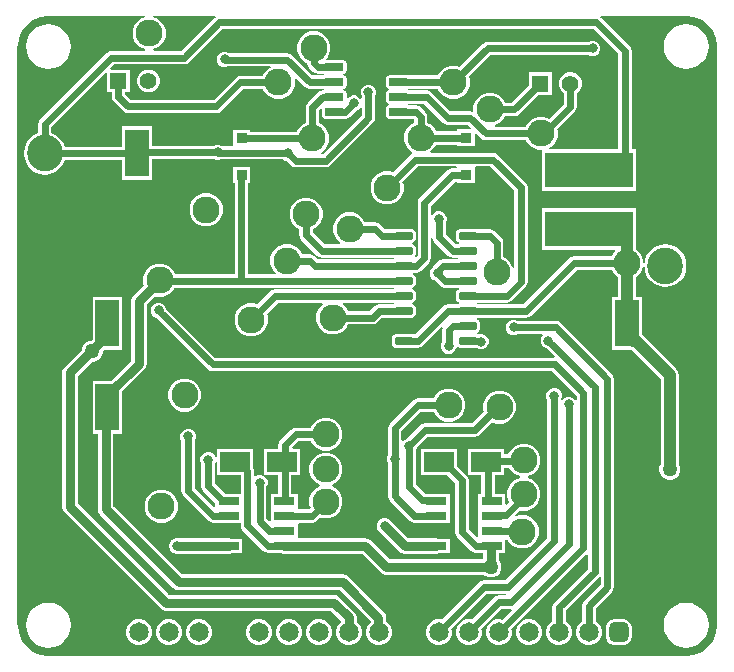
<source format=gbr>
%TF.GenerationSoftware,Altium Limited,Altium Designer,24.3.1 (35)*%
G04 Layer_Physical_Order=1*
G04 Layer_Color=255*
%FSLAX43Y43*%
%MOMM*%
%TF.SameCoordinates,9DAA59CA-406A-4E62-98C5-13318CB5E6F2*%
%TF.FilePolarity,Positive*%
%TF.FileFunction,Copper,L1,Top,Signal*%
%TF.Part,Single*%
G01*
G75*
%TA.AperFunction,Conductor*%
%ADD10C,0.600*%
%TA.AperFunction,SMDPad,CuDef*%
%ADD11R,2.000X4.000*%
G04:AMPARAMS|DCode=12|XSize=1.55mm|YSize=0.6mm|CornerRadius=0.051mm|HoleSize=0mm|Usage=FLASHONLY|Rotation=180.000|XOffset=0mm|YOffset=0mm|HoleType=Round|Shape=RoundedRectangle|*
%AMROUNDEDRECTD12*
21,1,1.550,0.498,0,0,180.0*
21,1,1.448,0.600,0,0,180.0*
1,1,0.102,-0.724,0.249*
1,1,0.102,0.724,0.249*
1,1,0.102,0.724,-0.249*
1,1,0.102,-0.724,-0.249*
%
%ADD12ROUNDEDRECTD12*%
%ADD13R,7.500X3.000*%
G04:AMPARAMS|DCode=14|XSize=0.6mm|YSize=1.45mm|CornerRadius=0.051mm|HoleSize=0mm|Usage=FLASHONLY|Rotation=90.000|XOffset=0mm|YOffset=0mm|HoleType=Round|Shape=RoundedRectangle|*
%AMROUNDEDRECTD14*
21,1,0.600,1.348,0,0,90.0*
21,1,0.498,1.450,0,0,90.0*
1,1,0.102,0.674,0.249*
1,1,0.102,0.674,-0.249*
1,1,0.102,-0.674,-0.249*
1,1,0.102,-0.674,0.249*
%
%ADD14ROUNDEDRECTD14*%
%ADD15R,1.780X0.720*%
%ADD16R,2.500X1.700*%
%ADD17R,0.950X0.900*%
%TA.AperFunction,Conductor*%
%ADD18C,0.600*%
%ADD19C,1.000*%
%ADD20C,0.800*%
%ADD21C,0.500*%
%TA.AperFunction,ComponentPad*%
%ADD22O,3.000X3.100*%
%ADD23C,2.286*%
%ADD24C,1.400*%
%ADD25R,1.400X1.400*%
%ADD26C,1.650*%
G04:AMPARAMS|DCode=27|XSize=1.65mm|YSize=1.65mm|CornerRadius=0.413mm|HoleSize=0mm|Usage=FLASHONLY|Rotation=0.000|XOffset=0mm|YOffset=0mm|HoleType=Round|Shape=RoundedRectangle|*
%AMROUNDEDRECTD27*
21,1,1.650,0.825,0,0,0.0*
21,1,0.825,1.650,0,0,0.0*
1,1,0.825,0.413,-0.413*
1,1,0.825,-0.413,-0.413*
1,1,0.825,-0.413,0.413*
1,1,0.825,0.413,0.413*
%
%ADD27ROUNDEDRECTD27*%
%TA.AperFunction,ViaPad*%
%ADD28C,0.800*%
%ADD29C,1.270*%
G36*
X17165Y54485D02*
X17076Y54425D01*
X17076Y54425D01*
X14269Y51619D01*
X11911D01*
X11885Y51746D01*
X12323Y51927D01*
X12716Y52320D01*
X12929Y52834D01*
Y53389D01*
X12716Y53903D01*
X12323Y54296D01*
X11867Y54485D01*
X11892Y54612D01*
X17126Y54612D01*
X17165Y54485D01*
D02*
G37*
G36*
X57000Y54611D02*
X57676Y54522D01*
X58306Y54261D01*
X58847Y53847D01*
X59261Y53306D01*
X59522Y52676D01*
X59611Y52000D01*
X59612D01*
X59612Y3127D01*
X59611Y3000D01*
X59611Y3000D01*
X59611Y3000D01*
X59522Y2324D01*
X59261Y1694D01*
X58847Y1153D01*
X58306Y739D01*
X57676Y478D01*
X57000Y389D01*
X57000Y389D01*
Y389D01*
X56972Y388D01*
X3127Y388D01*
X3000Y389D01*
X3000Y389D01*
X3000Y389D01*
X2324Y478D01*
X1694Y739D01*
X1153Y1153D01*
X739Y1694D01*
X478Y2324D01*
X389Y3000D01*
X389Y3000D01*
X389D01*
X388Y3127D01*
X388Y52000D01*
X389D01*
X478Y52676D01*
X739Y53306D01*
X1153Y53847D01*
X1694Y54261D01*
X2324Y54522D01*
X3000Y54611D01*
Y54612D01*
X11171D01*
X11196Y54485D01*
X10740Y54296D01*
X10347Y53903D01*
X10135Y53389D01*
Y52834D01*
X10347Y52320D01*
X10740Y51927D01*
X11178Y51746D01*
X11153Y51619D01*
X8331D01*
X8331Y51619D01*
X8115Y51576D01*
X7932Y51453D01*
X7932Y51453D01*
X2293Y45815D01*
X2171Y45631D01*
X2128Y45415D01*
X2128Y45415D01*
Y44672D01*
X1808Y44539D01*
X1441Y44258D01*
X1160Y43892D01*
X984Y43465D01*
X923Y43007D01*
Y42907D01*
X984Y42449D01*
X1160Y42022D01*
X1441Y41656D01*
X1808Y41375D01*
X2235Y41198D01*
X2692Y41138D01*
X3150Y41198D01*
X3577Y41375D01*
X3943Y41656D01*
X4225Y42022D01*
X4378Y42392D01*
X9236D01*
Y40723D01*
X11744D01*
Y42463D01*
X17003D01*
X17218Y42374D01*
X17478D01*
X17602Y42425D01*
X22868D01*
X22896Y42397D01*
X23136Y42297D01*
X23176D01*
X23556Y41917D01*
X23556Y41917D01*
X23739Y41795D01*
X23956Y41752D01*
X26467D01*
X26467Y41752D01*
X26683Y41795D01*
X26866Y41917D01*
X30498Y45549D01*
X30498Y45549D01*
X30621Y45732D01*
X30664Y45949D01*
Y47762D01*
X30753Y47978D01*
Y48238D01*
X30653Y48478D01*
X30469Y48662D01*
X30229Y48762D01*
X29969D01*
X29729Y48662D01*
X29545Y48478D01*
X29445Y48238D01*
Y47978D01*
X29534Y47762D01*
Y47626D01*
X29519Y47617D01*
X29407Y47587D01*
X29247Y47748D01*
X29007Y47847D01*
X28746D01*
X28506Y47748D01*
X28402Y47644D01*
X28275Y47697D01*
Y47950D01*
X28179Y48184D01*
X27964Y48273D01*
X27959Y48305D01*
Y48368D01*
X27964Y48400D01*
X28179Y48489D01*
X28275Y48722D01*
Y49220D01*
X28179Y49454D01*
X27964Y49543D01*
X27959Y49575D01*
Y49638D01*
X27964Y49670D01*
X28179Y49759D01*
X28275Y49992D01*
Y50490D01*
X28179Y50724D01*
X27945Y50820D01*
X26572D01*
X26520Y50947D01*
X26654Y51082D01*
X26867Y51595D01*
Y52151D01*
X26654Y52664D01*
X26261Y53057D01*
X25748Y53270D01*
X25192D01*
X24679Y53057D01*
X24286Y52664D01*
X24073Y52151D01*
Y51595D01*
X24286Y51082D01*
X24679Y50689D01*
X24926Y50586D01*
X24968Y50377D01*
X25090Y50193D01*
X25442Y49842D01*
X25442Y49842D01*
X25625Y49719D01*
X25841Y49676D01*
X25841Y49676D01*
X26338D01*
X26378Y49573D01*
X26349Y49536D01*
X25355D01*
X23615Y51276D01*
X23432Y51398D01*
X23216Y51441D01*
X23216Y51441D01*
X18318D01*
X18303Y51456D01*
X18062Y51556D01*
X17802D01*
X17562Y51456D01*
X17378Y51272D01*
X17278Y51032D01*
Y50772D01*
X17378Y50531D01*
X17562Y50347D01*
X17802Y50248D01*
X18062D01*
X18216Y50311D01*
X21800D01*
X21824Y50187D01*
X21688Y50130D01*
X21295Y49737D01*
X21201Y49511D01*
X19253D01*
X19253Y49511D01*
X19037Y49468D01*
X18854Y49345D01*
X18854Y49345D01*
X16987Y47479D01*
X10013D01*
X9501Y47991D01*
Y48119D01*
X9890D01*
Y50027D01*
X8269D01*
X8220Y50144D01*
X8565Y50489D01*
X14503D01*
X14503Y50489D01*
X14720Y50532D01*
X14903Y50655D01*
X17709Y53461D01*
X49169D01*
X51251Y51379D01*
Y43279D01*
X45450D01*
X45425Y43404D01*
X45521Y43443D01*
X45914Y43836D01*
X46126Y44350D01*
Y44906D01*
X46092Y44988D01*
X47588Y46484D01*
X47588Y46484D01*
X47710Y46667D01*
X47753Y46883D01*
X47753Y46883D01*
Y48060D01*
X47997Y48304D01*
X48142Y48654D01*
Y49034D01*
X47997Y49385D01*
X47729Y49653D01*
X47378Y49798D01*
X46998D01*
X46648Y49653D01*
X46379Y49385D01*
X46234Y49034D01*
Y48654D01*
X46379Y48304D01*
X46623Y48060D01*
Y47117D01*
X45377Y45871D01*
X45007Y46025D01*
X44452D01*
X43938Y45812D01*
X43545Y45419D01*
X43451Y45193D01*
X40826D01*
X40801Y45320D01*
X41177Y45475D01*
X41570Y45868D01*
X41664Y46095D01*
X42464D01*
X42464Y46095D01*
X42680Y46138D01*
X42863Y46260D01*
X44493Y47890D01*
X45602D01*
Y49798D01*
X43694D01*
Y48689D01*
X42230Y47225D01*
X41664D01*
X41570Y47451D01*
X41177Y47844D01*
X40664Y48057D01*
X40108D01*
X39595Y47844D01*
X39202Y47451D01*
X38989Y46938D01*
Y46553D01*
X38862Y46460D01*
X38723Y46488D01*
X38723Y46488D01*
X37039D01*
X35426Y48101D01*
X35243Y48223D01*
X35027Y48266D01*
X35027Y48266D01*
X33505D01*
X33464Y48370D01*
X33494Y48406D01*
X35999D01*
X36103Y48154D01*
X36496Y47761D01*
X37009Y47549D01*
X37565D01*
X38079Y47761D01*
X38472Y48154D01*
X38684Y48668D01*
Y49224D01*
X38590Y49450D01*
X40417Y51277D01*
X48727D01*
X48943Y51187D01*
X49203D01*
X49443Y51287D01*
X49627Y51471D01*
X49727Y51711D01*
Y51971D01*
X49627Y52212D01*
X49443Y52396D01*
X49203Y52495D01*
X48943D01*
X48727Y52406D01*
X40183D01*
X40183Y52406D01*
X39967Y52363D01*
X39783Y52241D01*
X39783Y52241D01*
X37792Y50249D01*
X37565Y50343D01*
X37009D01*
X36496Y50130D01*
X36103Y49737D01*
X36020Y49536D01*
X33380D01*
X33345Y49550D01*
X31897D01*
X31664Y49454D01*
X31567Y49220D01*
Y48722D01*
X31664Y48489D01*
X31879Y48400D01*
X31884Y48368D01*
Y48305D01*
X31879Y48273D01*
X31664Y48184D01*
X31567Y47950D01*
Y47452D01*
X31664Y47219D01*
X31879Y47130D01*
X31884Y47098D01*
Y47035D01*
X31879Y47003D01*
X31664Y46914D01*
X31567Y46680D01*
Y46182D01*
X31664Y45949D01*
X31897Y45852D01*
X33345D01*
X33380Y45866D01*
X33904D01*
X33954Y45816D01*
Y45550D01*
X33727Y45457D01*
X33334Y45064D01*
X33122Y44550D01*
Y43994D01*
X33334Y43481D01*
X33727Y43088D01*
X33812Y43053D01*
X33810Y42916D01*
X33662Y42817D01*
X33662Y42817D01*
X32178Y41334D01*
X31952Y41427D01*
X31396D01*
X30882Y41215D01*
X30489Y40822D01*
X30277Y40308D01*
Y39753D01*
X30489Y39239D01*
X30882Y38846D01*
X31396Y38633D01*
X31952D01*
X32465Y38846D01*
X32858Y39239D01*
X33071Y39753D01*
Y40308D01*
X32977Y40535D01*
X34295Y41853D01*
X37509D01*
X37519Y41851D01*
X37559Y41711D01*
X37535Y41687D01*
X37211D01*
X37211Y41687D01*
X36995Y41644D01*
X36811Y41522D01*
X34424Y39134D01*
X34302Y38951D01*
X34259Y38735D01*
X34259Y38735D01*
Y34321D01*
X34139Y34201D01*
X34032Y34273D01*
X34093Y34422D01*
Y34920D01*
X33996Y35153D01*
X33781Y35243D01*
X33777Y35274D01*
Y35338D01*
X33781Y35369D01*
X33996Y35459D01*
X34093Y35692D01*
Y36190D01*
X33996Y36423D01*
X33763Y36520D01*
X32415D01*
X32381Y36506D01*
X31501D01*
X31057Y36950D01*
X30874Y37072D01*
X30658Y37115D01*
X30658Y37115D01*
X29777D01*
X29683Y37342D01*
X29290Y37735D01*
X28777Y37948D01*
X28221D01*
X27707Y37735D01*
X27314Y37342D01*
X27102Y36828D01*
Y36273D01*
X27314Y35759D01*
X27707Y35366D01*
X27722Y35360D01*
X27697Y35236D01*
X26421D01*
X25381Y36277D01*
Y36517D01*
X25607Y36611D01*
X26000Y37004D01*
X26213Y37517D01*
Y38073D01*
X26000Y38587D01*
X25607Y38980D01*
X25094Y39192D01*
X24538D01*
X24024Y38980D01*
X23631Y38587D01*
X23419Y38073D01*
Y37517D01*
X23631Y37004D01*
X24024Y36611D01*
X24251Y36517D01*
Y36043D01*
X24251Y36043D01*
X24294Y35826D01*
X24416Y35643D01*
X25788Y34272D01*
X25788Y34272D01*
X25971Y34149D01*
X26187Y34106D01*
X32256D01*
X32296Y34002D01*
X32267Y33966D01*
X25837D01*
X25545Y34258D01*
X25362Y34380D01*
X25146Y34423D01*
X25146Y34423D01*
X24468D01*
X24375Y34650D01*
X23982Y35043D01*
X23468Y35255D01*
X22912D01*
X22399Y35043D01*
X22006Y34650D01*
X21793Y34136D01*
Y33580D01*
X22006Y33067D01*
X22260Y32813D01*
X22211Y32696D01*
X19894D01*
Y40393D01*
X20109D01*
Y41801D01*
X18651D01*
Y40393D01*
X18765D01*
Y32696D01*
X13722D01*
X13605Y32980D01*
X13212Y33373D01*
X12698Y33585D01*
X12143D01*
X11629Y33373D01*
X11236Y32980D01*
X11024Y32466D01*
Y31910D01*
X11075Y31786D01*
X10196Y30907D01*
X10052Y30691D01*
X10001Y30436D01*
X10001Y30436D01*
Y25394D01*
X8311Y23704D01*
X6746D01*
Y19196D01*
X7182D01*
Y12827D01*
X7182Y12827D01*
X7233Y12572D01*
X7377Y12355D01*
X13575Y6158D01*
X13575Y6158D01*
X13791Y6013D01*
X14046Y5963D01*
X14046Y5963D01*
X27689D01*
X30286Y3366D01*
Y3237D01*
X30073Y3024D01*
X29909Y2628D01*
Y2198D01*
X30073Y1802D01*
X30377Y1498D01*
X30773Y1334D01*
X31203D01*
X31599Y1498D01*
X31903Y1802D01*
X32067Y2198D01*
Y2628D01*
X31903Y3024D01*
X31620Y3307D01*
Y3642D01*
X31569Y3897D01*
X31425Y4113D01*
X31425Y4113D01*
X28437Y7101D01*
X28221Y7245D01*
X27965Y7296D01*
X27965Y7296D01*
X14322D01*
X8515Y13103D01*
Y19196D01*
X9254D01*
Y22761D01*
X11139Y24646D01*
X11140Y24646D01*
X11284Y24863D01*
X11335Y25118D01*
Y30159D01*
X12018Y30843D01*
X12143Y30791D01*
X12698D01*
X13212Y31004D01*
X13605Y31397D01*
X13675Y31566D01*
X19228D01*
X19228Y31566D01*
X19228Y31566D01*
X32256D01*
X32296Y31462D01*
X32267Y31426D01*
X22174D01*
X22174Y31426D01*
X21958Y31383D01*
X21775Y31260D01*
X21775Y31260D01*
X20672Y30158D01*
X20445Y30251D01*
X19890D01*
X19376Y30039D01*
X18983Y29646D01*
X18771Y29132D01*
Y28577D01*
X18983Y28063D01*
X19376Y27670D01*
X19890Y27457D01*
X20445D01*
X20959Y27670D01*
X21352Y28063D01*
X21565Y28577D01*
Y29132D01*
X21471Y29359D01*
X22408Y30296D01*
X26185D01*
X26238Y30169D01*
X25892Y29824D01*
X25679Y29310D01*
Y28754D01*
X25892Y28241D01*
X26285Y27848D01*
X26799Y27635D01*
X27354D01*
X27868Y27848D01*
X28261Y28241D01*
X28355Y28467D01*
X30455D01*
X30455Y28467D01*
X30671Y28510D01*
X30854Y28633D01*
X31247Y29026D01*
X32381D01*
X32415Y29012D01*
X33763D01*
X33996Y29109D01*
X34093Y29342D01*
Y29840D01*
X33996Y30073D01*
X33781Y30163D01*
X33777Y30194D01*
Y30258D01*
X33781Y30289D01*
X33996Y30379D01*
X34093Y30612D01*
Y31110D01*
X33996Y31343D01*
X33781Y31433D01*
X33777Y31464D01*
Y31528D01*
X33781Y31559D01*
X33996Y31649D01*
X34093Y31882D01*
Y32380D01*
X33996Y32613D01*
X33892Y32657D01*
X33875Y32678D01*
X33857Y32808D01*
X33888Y32836D01*
X34138D01*
X34138Y32836D01*
X34354Y32879D01*
X34537Y33002D01*
X35223Y33687D01*
X35223Y33687D01*
X35345Y33871D01*
X35388Y34087D01*
X35388Y34087D01*
Y35799D01*
X35515Y35811D01*
X35546Y35656D01*
X35669Y35473D01*
X36870Y34272D01*
X36870Y34272D01*
X37053Y34149D01*
X37269Y34106D01*
X37269Y34106D01*
X37706D01*
X37746Y34002D01*
X37717Y33966D01*
X36404D01*
X36188Y33923D01*
X36004Y33800D01*
X36004Y33800D01*
X35591Y33387D01*
X35546Y33320D01*
X35398Y33171D01*
X35298Y32931D01*
Y32671D01*
X35398Y32431D01*
X35582Y32247D01*
X35705Y32196D01*
X36169Y31732D01*
X36169Y31732D01*
X36352Y31609D01*
X36568Y31566D01*
X36568Y31566D01*
X37776D01*
X37788Y31546D01*
X37736Y31387D01*
X37632Y31343D01*
X37535Y31110D01*
Y30612D01*
X37632Y30379D01*
X37736Y30335D01*
X37753Y30314D01*
X37771Y30184D01*
X37740Y30156D01*
X36830D01*
X36830Y30156D01*
X36614Y30113D01*
X36431Y29990D01*
X36431Y29990D01*
X34056Y27616D01*
X33797D01*
X33763Y27630D01*
X32415D01*
X32182Y27533D01*
X32085Y27300D01*
Y26802D01*
X32182Y26569D01*
X32415Y26472D01*
X33763D01*
X33797Y26486D01*
X34290D01*
X34290Y26486D01*
X34506Y26529D01*
X34689Y26652D01*
X36275Y28237D01*
X36313Y28219D01*
X36380Y28162D01*
X36341Y27970D01*
X36341Y27970D01*
Y26979D01*
X36252Y26763D01*
Y26503D01*
X36352Y26263D01*
X36536Y26079D01*
X36776Y25979D01*
X37036D01*
X37277Y26079D01*
X37461Y26263D01*
X37552Y26483D01*
X37576Y26508D01*
X37687Y26546D01*
X37865Y26472D01*
X39213D01*
X39219Y26474D01*
X39251Y26443D01*
X39491Y26343D01*
X39751D01*
X39992Y26443D01*
X40175Y26627D01*
X40275Y26867D01*
Y27127D01*
X40175Y27368D01*
X39992Y27552D01*
X39751Y27651D01*
X39491D01*
X39406Y27616D01*
X39302D01*
X39290Y27636D01*
X39342Y27795D01*
X39446Y27839D01*
X39543Y28072D01*
Y28570D01*
X39446Y28803D01*
X39342Y28847D01*
X39325Y28868D01*
X39307Y28999D01*
X39338Y29026D01*
X43434D01*
X43434Y29026D01*
X43650Y29069D01*
X43833Y29192D01*
X47732Y33090D01*
X50690D01*
X50784Y32864D01*
X51177Y32471D01*
X51200Y32461D01*
Y30804D01*
X50746D01*
Y29943D01*
X50735Y29889D01*
X50746Y29834D01*
Y26296D01*
X52398D01*
X54857Y23837D01*
Y16672D01*
X54737Y16382D01*
Y16028D01*
X54872Y15702D01*
X55122Y15452D01*
X55449Y15316D01*
X55803D01*
X56130Y15452D01*
X56380Y15702D01*
X56515Y16028D01*
Y16382D01*
X56395Y16672D01*
Y24155D01*
X56336Y24450D01*
X56170Y24699D01*
X56017Y24851D01*
X53275Y27594D01*
X53254Y27608D01*
Y30804D01*
X52737D01*
Y32461D01*
X52760Y32471D01*
X53153Y32864D01*
X53354Y33349D01*
X53483Y33344D01*
X53536Y32938D01*
X53713Y32512D01*
X53994Y32145D01*
X54360Y31864D01*
X54787Y31687D01*
X55245Y31627D01*
X55703Y31687D01*
X56130Y31864D01*
X56496Y32145D01*
X56777Y32512D01*
X56954Y32938D01*
X57014Y33396D01*
Y33496D01*
X56954Y33954D01*
X56777Y34381D01*
X56496Y34747D01*
X56130Y35028D01*
X55703Y35205D01*
X55245Y35265D01*
X54787Y35205D01*
X54360Y35028D01*
X53994Y34747D01*
X53713Y34381D01*
X53536Y33954D01*
X53492Y33622D01*
X53365Y33630D01*
Y33933D01*
X53153Y34446D01*
X52772Y34827D01*
Y38279D01*
X44764D01*
Y34771D01*
X50943D01*
X50992Y34654D01*
X50784Y34446D01*
X50690Y34220D01*
X47498D01*
X47498Y34220D01*
X47282Y34177D01*
X47099Y34054D01*
X47099Y34054D01*
X43200Y30156D01*
X39372D01*
X39332Y30260D01*
X39361Y30296D01*
X41808D01*
X41808Y30296D01*
X42025Y30339D01*
X42208Y30462D01*
X43407Y31661D01*
X43530Y31844D01*
X43573Y32060D01*
X43573Y32060D01*
Y40076D01*
X43573Y40076D01*
X43530Y40292D01*
X43407Y40475D01*
X43407Y40475D01*
X41065Y42817D01*
X40882Y42940D01*
X40665Y42983D01*
X40665Y42983D01*
X35363D01*
X35332Y43110D01*
X35703Y43481D01*
X35781Y43669D01*
X37625D01*
Y43568D01*
X39083D01*
Y44598D01*
X39200Y44647D01*
X39619Y44228D01*
X39619Y44228D01*
X39802Y44106D01*
X40018Y44063D01*
X40018Y44063D01*
X43451D01*
X43545Y43836D01*
X43938Y43443D01*
X44452Y43231D01*
X44764D01*
Y39771D01*
X52772D01*
Y43279D01*
X52381D01*
Y51613D01*
X52381Y51613D01*
X52338Y51829D01*
X52215Y52012D01*
X52215Y52012D01*
X49802Y54425D01*
X49714Y54485D01*
X49752Y54612D01*
X57000D01*
Y54611D01*
D02*
G37*
G36*
X7982Y49740D02*
Y48119D01*
X8371D01*
Y47757D01*
X8371Y47757D01*
X8414Y47541D01*
X8536Y47358D01*
X9380Y46514D01*
X9380Y46514D01*
X9563Y46392D01*
X9779Y46349D01*
X9779Y46349D01*
X17221D01*
X17221Y46349D01*
X17437Y46392D01*
X17621Y46514D01*
X19487Y48381D01*
X21201D01*
X21295Y48154D01*
X21688Y47761D01*
X22201Y47549D01*
X22757D01*
X23270Y47761D01*
X23663Y48154D01*
X23876Y48668D01*
Y49224D01*
X23864Y49253D01*
X23969Y49324D01*
X24721Y48572D01*
X24721Y48572D01*
X24904Y48449D01*
X25121Y48406D01*
X25121Y48406D01*
X26338D01*
X26378Y48303D01*
X26349Y48266D01*
X26213D01*
X26213Y48266D01*
X25997Y48223D01*
X25813Y48101D01*
X25813Y48101D01*
X24948Y47235D01*
X24826Y47052D01*
X24783Y46836D01*
X24783Y46836D01*
Y45500D01*
X24556Y45406D01*
X24163Y45013D01*
X24069Y44786D01*
X20109D01*
Y44951D01*
X18651D01*
Y43554D01*
X17746D01*
X17719Y43582D01*
X17478Y43682D01*
X17218D01*
X17003Y43592D01*
X11744D01*
Y45231D01*
X9236D01*
Y43522D01*
X4378D01*
X4225Y43892D01*
X3943Y44258D01*
X3577Y44539D01*
X3257Y44672D01*
Y45181D01*
X7864Y49788D01*
X7982Y49740D01*
D02*
G37*
G36*
X29519Y46769D02*
X29534Y46760D01*
Y46183D01*
X26233Y42881D01*
X26088D01*
X26063Y43006D01*
X26139Y43037D01*
X26532Y43430D01*
X26745Y43944D01*
Y44499D01*
X26532Y45013D01*
X26139Y45406D01*
X25912Y45500D01*
Y46602D01*
X26057Y46747D01*
X26158Y46686D01*
X26167Y46677D01*
Y46182D01*
X26264Y45949D01*
X26497Y45852D01*
X27945D01*
X27980Y45866D01*
X28114D01*
X28114Y45866D01*
X28331Y45909D01*
X28514Y46032D01*
X29032Y46550D01*
X29247Y46639D01*
X29407Y46799D01*
X29519Y46769D01*
D02*
G37*
G36*
X36405Y45524D02*
X36405Y45524D01*
X36588Y45401D01*
X36805Y45358D01*
X38489D01*
X38753Y45094D01*
X38705Y44976D01*
X37625D01*
Y44799D01*
X35812D01*
X35703Y45064D01*
X35310Y45457D01*
X35083Y45550D01*
Y46050D01*
X35083Y46050D01*
X35040Y46266D01*
X34918Y46450D01*
X34918Y46450D01*
X34537Y46831D01*
X34354Y46953D01*
X34138Y46996D01*
X34138Y46996D01*
X33505D01*
X33464Y47100D01*
X33494Y47136D01*
X34793D01*
X36405Y45524D01*
D02*
G37*
G36*
X42443Y39842D02*
Y33233D01*
X42316Y33208D01*
X42129Y33659D01*
X41736Y34052D01*
X41535Y34135D01*
Y35357D01*
X41535Y35357D01*
X41492Y35573D01*
X41370Y35756D01*
X41370Y35756D01*
X40785Y36340D01*
X40602Y36463D01*
X40386Y36506D01*
X40386Y36506D01*
X39247D01*
X39213Y36520D01*
X37865D01*
X37632Y36423D01*
X37535Y36190D01*
Y35692D01*
X37632Y35459D01*
X37736Y35415D01*
X37753Y35394D01*
X37771Y35264D01*
X37740Y35236D01*
X37503D01*
X36633Y36106D01*
Y37043D01*
X36722Y37259D01*
Y37519D01*
X36622Y37759D01*
X36438Y37943D01*
X36198Y38043D01*
X35938D01*
X35698Y37943D01*
X35515Y37761D01*
X35506Y37761D01*
X35388Y37789D01*
Y38501D01*
X37445Y40558D01*
X37625D01*
Y40418D01*
X39083D01*
X39083Y41826D01*
X39199Y41853D01*
X40431D01*
X42443Y39842D01*
D02*
G37*
G36*
X32296Y30192D02*
X32267Y30156D01*
X31013D01*
X31013Y30156D01*
X30797Y30113D01*
X30614Y29990D01*
X30221Y29597D01*
X28355D01*
X28261Y29824D01*
X27915Y30169D01*
X27968Y30296D01*
X32256D01*
X32296Y30192D01*
D02*
G37*
%LPC*%
G36*
X57000Y53897D02*
X56509Y53833D01*
X56051Y53643D01*
X55658Y53342D01*
X55357Y52949D01*
X55167Y52491D01*
X55103Y52000D01*
X55167Y51509D01*
X55357Y51051D01*
X55658Y50658D01*
X56051Y50357D01*
X56509Y50167D01*
X57000Y50103D01*
X57491Y50167D01*
X57949Y50357D01*
X58342Y50658D01*
X58643Y51051D01*
X58833Y51509D01*
X58897Y52000D01*
X58833Y52491D01*
X58643Y52949D01*
X58342Y53342D01*
X57949Y53643D01*
X57491Y53833D01*
X57000Y53897D01*
D02*
G37*
G36*
X3000D02*
X2509Y53833D01*
X2051Y53643D01*
X1658Y53342D01*
X1357Y52949D01*
X1167Y52491D01*
X1103Y52000D01*
X1167Y51509D01*
X1357Y51051D01*
X1658Y50658D01*
X2051Y50357D01*
X2509Y50167D01*
X3000Y50103D01*
X3491Y50167D01*
X3949Y50357D01*
X4342Y50658D01*
X4643Y51051D01*
X4833Y51509D01*
X4897Y52000D01*
X4833Y52491D01*
X4643Y52949D01*
X4342Y53342D01*
X3949Y53643D01*
X3491Y53833D01*
X3000Y53897D01*
D02*
G37*
G36*
X11666Y50027D02*
X11286D01*
X10935Y49882D01*
X10667Y49613D01*
X10522Y49263D01*
Y48883D01*
X10667Y48532D01*
X10935Y48264D01*
X11286Y48119D01*
X11666D01*
X12016Y48264D01*
X12285Y48532D01*
X12430Y48883D01*
Y49263D01*
X12285Y49613D01*
X12016Y49882D01*
X11666Y50027D01*
D02*
G37*
G36*
X16635Y39573D02*
X16080D01*
X15566Y39361D01*
X15173Y38968D01*
X14961Y38454D01*
Y37898D01*
X15173Y37385D01*
X15566Y36992D01*
X16080Y36779D01*
X16635D01*
X17149Y36992D01*
X17542Y37385D01*
X17755Y37898D01*
Y38454D01*
X17542Y38968D01*
X17149Y39361D01*
X16635Y39573D01*
D02*
G37*
G36*
X37168Y23034D02*
X36613D01*
X36099Y22821D01*
X35706Y22428D01*
X35612Y22202D01*
X34312D01*
X34312Y22202D01*
X34096Y22159D01*
X33912Y22037D01*
X33912Y22037D01*
X31935Y20059D01*
X31812Y19876D01*
X31769Y19660D01*
X31769Y19660D01*
Y17440D01*
X31680Y17224D01*
Y16964D01*
X31769Y16749D01*
Y13894D01*
X31769Y13894D01*
X31812Y13678D01*
X31935Y13494D01*
X33586Y11843D01*
X33586Y11843D01*
X33769Y11721D01*
X33985Y11678D01*
X33985Y11678D01*
X34718D01*
Y11629D01*
X37006D01*
Y12857D01*
X37006D01*
Y12899D01*
X37006D01*
Y14127D01*
X35831D01*
X35776Y14138D01*
X35776Y14138D01*
X34870D01*
X34093Y14915D01*
Y17816D01*
X34182Y18031D01*
Y18042D01*
X35108Y18968D01*
X39111D01*
X39111Y18968D01*
X39327Y19011D01*
X39510Y19133D01*
X40587Y20209D01*
X40921Y20071D01*
X41477D01*
X41990Y20284D01*
X42383Y20677D01*
X42596Y21190D01*
Y21746D01*
X42383Y22259D01*
X41990Y22652D01*
X41477Y22865D01*
X40921D01*
X40407Y22652D01*
X40014Y22259D01*
X39802Y21746D01*
Y21190D01*
X39851Y21071D01*
X38877Y20097D01*
X34874D01*
X34874Y20097D01*
X34658Y20054D01*
X34475Y19932D01*
X34475Y19932D01*
X33329Y18787D01*
X33158Y18715D01*
X33026Y18584D01*
X32899Y18637D01*
Y19426D01*
X34546Y21072D01*
X35612D01*
X35706Y20846D01*
X36099Y20453D01*
X36613Y20240D01*
X37168D01*
X37682Y20453D01*
X38075Y20846D01*
X38287Y21359D01*
Y21915D01*
X38075Y22428D01*
X37682Y22821D01*
X37168Y23034D01*
D02*
G37*
G36*
X12474Y30296D02*
X12214D01*
X11974Y30196D01*
X11790Y30012D01*
X11690Y29772D01*
Y29512D01*
X11790Y29271D01*
X11974Y29087D01*
X12189Y28998D01*
X16517Y24670D01*
X16517Y24670D01*
X16700Y24548D01*
X16916Y24505D01*
X16916Y24505D01*
X45638D01*
X47721Y22423D01*
Y22117D01*
X47669Y22091D01*
X47594Y22078D01*
X47425Y22246D01*
X47185Y22346D01*
X46925D01*
X46685Y22246D01*
X46526Y22087D01*
X46418Y22159D01*
X46476Y22298D01*
Y22558D01*
X46376Y22799D01*
X46192Y22983D01*
X45952Y23082D01*
X45692D01*
X45451Y22983D01*
X45267Y22799D01*
X45168Y22558D01*
Y22298D01*
X45257Y22083D01*
Y10343D01*
X41701Y6788D01*
X39878D01*
X39662Y6745D01*
X39479Y6622D01*
X39479Y6622D01*
X36329Y3473D01*
X36283Y3492D01*
X35853D01*
X35457Y3328D01*
X35153Y3024D01*
X34989Y2628D01*
Y2198D01*
X35153Y1802D01*
X35457Y1498D01*
X35853Y1334D01*
X36283D01*
X36679Y1498D01*
X36983Y1802D01*
X37147Y2198D01*
Y2628D01*
X37128Y2674D01*
X40112Y5658D01*
X41755D01*
X41826Y5531D01*
X41817Y5518D01*
X41148D01*
X41148Y5518D01*
X40932Y5475D01*
X40749Y5352D01*
X40749Y5352D01*
X38869Y3473D01*
X38823Y3492D01*
X38393D01*
X37997Y3328D01*
X37693Y3024D01*
X37529Y2628D01*
Y2198D01*
X37693Y1802D01*
X37997Y1498D01*
X38393Y1334D01*
X38823D01*
X39219Y1498D01*
X39523Y1802D01*
X39687Y2198D01*
Y2628D01*
X39668Y2674D01*
X41382Y4388D01*
X42145D01*
X42197Y4317D01*
X42215Y4279D01*
X41409Y3473D01*
X41363Y3492D01*
X40933D01*
X40537Y3328D01*
X40233Y3024D01*
X40069Y2628D01*
Y2198D01*
X40233Y1802D01*
X40537Y1498D01*
X40933Y1334D01*
X41363D01*
X41759Y1498D01*
X42063Y1802D01*
X42227Y2198D01*
Y2628D01*
X42208Y2674D01*
X48559Y9025D01*
X48686Y8972D01*
Y7752D01*
X45829Y4895D01*
X45706Y4712D01*
X45663Y4496D01*
X45663Y4496D01*
Y3347D01*
X45617Y3328D01*
X45313Y3024D01*
X45149Y2628D01*
Y2198D01*
X45313Y1802D01*
X45617Y1498D01*
X46013Y1334D01*
X46443D01*
X46839Y1498D01*
X47143Y1802D01*
X47307Y2198D01*
Y2628D01*
X47143Y3024D01*
X46839Y3328D01*
X46793Y3347D01*
Y4262D01*
X49626Y7095D01*
X49721Y7068D01*
X49753Y7046D01*
Y6432D01*
X48369Y5048D01*
X48246Y4864D01*
X48203Y4648D01*
X48203Y4648D01*
Y3347D01*
X48157Y3328D01*
X47853Y3024D01*
X47689Y2628D01*
Y2198D01*
X47853Y1802D01*
X48157Y1498D01*
X48553Y1334D01*
X48983D01*
X49379Y1498D01*
X49683Y1802D01*
X49847Y2198D01*
Y2628D01*
X49683Y3024D01*
X49379Y3328D01*
X49333Y3347D01*
Y4414D01*
X50717Y5798D01*
X50717Y5798D01*
X50839Y5981D01*
X50882Y6198D01*
Y23876D01*
X50882Y23876D01*
X50839Y24092D01*
X50717Y24275D01*
X50717Y24275D01*
X46373Y28619D01*
X46190Y28741D01*
X45974Y28784D01*
X45974Y28784D01*
X42738D01*
X42523Y28873D01*
X42263D01*
X42022Y28774D01*
X41838Y28590D01*
X41739Y28349D01*
Y28089D01*
X41838Y27849D01*
X42022Y27665D01*
X42263Y27565D01*
X42523D01*
X42738Y27655D01*
X44822D01*
X44875Y27528D01*
X44791Y27444D01*
X44691Y27203D01*
Y26943D01*
X44791Y26703D01*
X44975Y26519D01*
X45190Y26430D01*
X45858Y25762D01*
X45806Y25635D01*
X17150D01*
X12988Y29797D01*
X12899Y30012D01*
X12715Y30196D01*
X12474Y30296D01*
D02*
G37*
G36*
X14807Y23876D02*
X14251D01*
X13737Y23663D01*
X13344Y23270D01*
X13132Y22757D01*
Y22201D01*
X13344Y21688D01*
X13737Y21295D01*
X14251Y21082D01*
X14807D01*
X15320Y21295D01*
X15713Y21688D01*
X15926Y22201D01*
Y22757D01*
X15713Y23270D01*
X15320Y23663D01*
X14807Y23876D01*
D02*
G37*
G36*
X26778Y20549D02*
X26222D01*
X25709Y20336D01*
X25316Y19943D01*
X25222Y19716D01*
X23952D01*
X23952Y19716D01*
X23736Y19673D01*
X23553Y19551D01*
X23553Y19551D01*
X22640Y18638D01*
X22517Y18455D01*
X22474Y18239D01*
X22474Y18239D01*
Y17944D01*
X21299D01*
Y15736D01*
X22451D01*
Y14127D01*
X21821D01*
Y12984D01*
X21821Y12899D01*
X21821Y12772D01*
Y11834D01*
X21703Y11785D01*
X21469Y12020D01*
Y14717D01*
X21558Y14932D01*
Y15192D01*
X21459Y15433D01*
X21275Y15617D01*
X21034Y15716D01*
X20774D01*
X20534Y15617D01*
X20520Y15602D01*
X20402Y15651D01*
X20402Y15911D01*
X20402Y15939D01*
X20398Y15958D01*
X20382Y16042D01*
X20378Y16159D01*
X20378Y16159D01*
X20316Y16262D01*
X20307Y16285D01*
Y17944D01*
X17299D01*
Y17216D01*
X17172Y17191D01*
X17090Y17388D01*
X16906Y17572D01*
X16665Y17672D01*
X16405D01*
X16165Y17572D01*
X15981Y17388D01*
X15881Y17148D01*
Y16888D01*
X15945Y16734D01*
Y14758D01*
X15945Y14758D01*
X15988Y14541D01*
X16111Y14358D01*
X17141Y13328D01*
Y13048D01*
X17014Y12995D01*
X15398Y14610D01*
Y18628D01*
X15488Y18844D01*
Y19104D01*
X15388Y19344D01*
X15204Y19528D01*
X14964Y19628D01*
X14704D01*
X14463Y19528D01*
X14279Y19344D01*
X14180Y19104D01*
Y18844D01*
X14269Y18628D01*
Y14376D01*
X14269Y14376D01*
X14312Y14160D01*
X14434Y13977D01*
X16565Y11846D01*
X16565Y11846D01*
X16748Y11724D01*
X16965Y11681D01*
X16965Y11681D01*
X17141D01*
Y11629D01*
X19273D01*
Y11481D01*
X19273Y11481D01*
X19316Y11265D01*
X19438Y11081D01*
X21216Y9303D01*
X21216Y9303D01*
X21399Y9181D01*
X21615Y9138D01*
X21821D01*
Y9089D01*
X22707D01*
X22710Y9087D01*
X22965Y9036D01*
X29569D01*
X31126Y7479D01*
X31126Y7479D01*
X31342Y7334D01*
X31598Y7283D01*
X39872D01*
X39959Y7197D01*
X40285Y7061D01*
X40639D01*
X40966Y7197D01*
X41216Y7447D01*
X41351Y7773D01*
Y8127D01*
X41216Y8454D01*
X41169Y8501D01*
Y9089D01*
X41686D01*
Y10226D01*
X41809Y10324D01*
X41872Y10310D01*
X41947Y10131D01*
X42340Y9738D01*
X42853Y9525D01*
X43409D01*
X43922Y9738D01*
X44315Y10131D01*
X44528Y10644D01*
Y11200D01*
X44315Y11713D01*
X43922Y12106D01*
X43409Y12319D01*
X42853D01*
X42592Y12211D01*
X42521Y12319D01*
X42918Y12716D01*
X42958Y12700D01*
X43514D01*
X44027Y12913D01*
X44420Y13306D01*
X44633Y13819D01*
Y14375D01*
X44420Y14888D01*
X44027Y15281D01*
X43600Y15458D01*
Y15596D01*
X44053Y15783D01*
X44446Y16176D01*
X44658Y16689D01*
Y17245D01*
X44446Y17759D01*
X44053Y18152D01*
X43539Y18364D01*
X42983D01*
X42470Y18152D01*
X42077Y17759D01*
X41951Y17456D01*
X41579D01*
Y17919D01*
X38571D01*
Y15711D01*
X39669D01*
Y14127D01*
X39398D01*
Y12899D01*
X39398Y12899D01*
Y12857D01*
X39398D01*
X39398Y12772D01*
Y11714D01*
X39398Y11629D01*
X39398Y11502D01*
Y10472D01*
X39271Y10419D01*
X38589Y11101D01*
Y15266D01*
X38589Y15266D01*
X38546Y15482D01*
X38423Y15665D01*
X37579Y16510D01*
Y17919D01*
X34571D01*
Y15711D01*
X36780D01*
X37459Y15032D01*
Y10867D01*
X37459Y10867D01*
X37502Y10651D01*
X37624Y10468D01*
X38789Y9303D01*
X38789Y9303D01*
X38972Y9181D01*
X39188Y9138D01*
X39188Y9138D01*
X39398D01*
Y9089D01*
X39835D01*
Y8617D01*
X31874D01*
X30317Y10174D01*
X30100Y10319D01*
X29845Y10370D01*
X29845Y10370D01*
X24109D01*
Y11587D01*
X24195Y11678D01*
X25327D01*
X25327Y11678D01*
X25543Y11721D01*
X25726Y11843D01*
X26028Y12145D01*
X26222Y12065D01*
X26778D01*
X27291Y12278D01*
X27684Y12671D01*
X27897Y13184D01*
Y13740D01*
X27684Y14253D01*
X27291Y14646D01*
X26993Y14770D01*
Y14897D01*
X27291Y15021D01*
X27684Y15414D01*
X27897Y15927D01*
Y16483D01*
X27684Y16997D01*
X27291Y17390D01*
X26778Y17602D01*
X26222D01*
X25709Y17390D01*
X25316Y16997D01*
X25103Y16483D01*
Y15927D01*
X25316Y15414D01*
X25709Y15021D01*
X26007Y14897D01*
Y14770D01*
X25709Y14646D01*
X25316Y14253D01*
X25103Y13740D01*
Y13184D01*
X25210Y12925D01*
X25093Y12808D01*
X24195D01*
X24109Y12899D01*
X24109Y12984D01*
Y14127D01*
X23580D01*
Y15736D01*
X24307D01*
Y17944D01*
X23723D01*
X23671Y18071D01*
X24186Y18587D01*
X25222D01*
X25316Y18360D01*
X25709Y17967D01*
X26222Y17755D01*
X26778D01*
X27291Y17967D01*
X27684Y18360D01*
X27897Y18874D01*
Y19429D01*
X27684Y19943D01*
X27291Y20336D01*
X26778Y20549D01*
D02*
G37*
G36*
X12851Y14453D02*
X12295D01*
X11782Y14240D01*
X11389Y13847D01*
X11176Y13333D01*
Y12778D01*
X11389Y12264D01*
X11782Y11871D01*
X12295Y11659D01*
X12851D01*
X13364Y11871D01*
X13757Y12264D01*
X13970Y12778D01*
Y13333D01*
X13757Y13847D01*
X13364Y14240D01*
X12851Y14453D01*
D02*
G37*
G36*
X18285Y10370D02*
X13894D01*
X13829Y10357D01*
X13764D01*
X13703Y10332D01*
X13639Y10319D01*
X13584Y10282D01*
X13523Y10257D01*
X13477Y10211D01*
X13422Y10174D01*
X13386Y10120D01*
X13339Y10073D01*
X13314Y10013D01*
X13278Y9958D01*
X13265Y9894D01*
X13240Y9833D01*
Y9767D01*
X13227Y9703D01*
X13240Y9638D01*
Y9573D01*
X13265Y9512D01*
X13278Y9448D01*
X13314Y9393D01*
X13339Y9332D01*
X13386Y9286D01*
X13422Y9231D01*
X13477Y9195D01*
X13523Y9148D01*
X13584Y9123D01*
X13639Y9087D01*
X13703Y9074D01*
X13764Y9049D01*
X13829D01*
X13894Y9036D01*
X18285D01*
X18540Y9087D01*
X18543Y9089D01*
X19429D01*
Y10317D01*
X18543D01*
X18540Y10319D01*
X18285Y10370D01*
D02*
G37*
G36*
X31471Y12071D02*
X31406Y12059D01*
X31341D01*
X31280Y12033D01*
X31215Y12021D01*
X31161Y11984D01*
X31100Y11959D01*
X31054Y11913D01*
X30999Y11876D01*
X30963Y11821D01*
X30916Y11775D01*
X30891Y11714D01*
X30855Y11660D01*
X30842Y11595D01*
X30817Y11535D01*
Y11469D01*
X30804Y11405D01*
X30817Y11340D01*
Y11275D01*
X30842Y11214D01*
X30855Y11149D01*
X30891Y11095D01*
X30916Y11034D01*
X30963Y10988D01*
X30999Y10933D01*
X32701Y9231D01*
X32701Y9231D01*
X32917Y9087D01*
X33172Y9036D01*
X33172Y9036D01*
X35862D01*
X36117Y9087D01*
X36120Y9089D01*
X37006D01*
Y10317D01*
X36120D01*
X36117Y10319D01*
X35862Y10370D01*
X33449D01*
X31942Y11876D01*
X31888Y11913D01*
X31841Y11959D01*
X31780Y11984D01*
X31726Y12021D01*
X31661Y12033D01*
X31601Y12059D01*
X31535D01*
X31471Y12071D01*
D02*
G37*
G36*
X43903Y3492D02*
X43473D01*
X43077Y3328D01*
X42773Y3024D01*
X42609Y2628D01*
Y2198D01*
X42773Y1802D01*
X43077Y1498D01*
X43473Y1334D01*
X43903D01*
X44299Y1498D01*
X44603Y1802D01*
X44767Y2198D01*
Y2628D01*
X44603Y3024D01*
X44299Y3328D01*
X43903Y3492D01*
D02*
G37*
G36*
X9254Y30804D02*
X6746D01*
Y27239D01*
X6583Y27076D01*
X6529D01*
X6202Y26941D01*
X5952Y26691D01*
X5817Y26364D01*
Y26310D01*
X4380Y24873D01*
X4235Y24657D01*
X4185Y24401D01*
X4185Y24401D01*
Y13030D01*
X4185Y13030D01*
X4235Y12775D01*
X4380Y12559D01*
X12508Y4431D01*
X12508Y4431D01*
X12724Y4286D01*
X12979Y4235D01*
X26902D01*
X27759Y3378D01*
Y3250D01*
X27533Y3024D01*
X27369Y2628D01*
Y2198D01*
X27533Y1802D01*
X27837Y1498D01*
X28233Y1334D01*
X28663D01*
X29059Y1498D01*
X29363Y1802D01*
X29527Y2198D01*
Y2628D01*
X29363Y3024D01*
X29093Y3294D01*
Y3654D01*
X29093Y3654D01*
X29042Y3910D01*
X28897Y4126D01*
X28897Y4126D01*
X27650Y5374D01*
X27433Y5518D01*
X27178Y5569D01*
X27178Y5569D01*
X13256D01*
X5518Y13306D01*
Y24125D01*
X6691Y25298D01*
X6882D01*
X7209Y25434D01*
X7459Y25684D01*
X7595Y26011D01*
Y26202D01*
X7689Y26296D01*
X9254D01*
Y30804D01*
D02*
G37*
G36*
X26123Y3492D02*
X25693D01*
X25297Y3328D01*
X24993Y3024D01*
X24829Y2628D01*
Y2198D01*
X24993Y1802D01*
X25297Y1498D01*
X25693Y1334D01*
X26123D01*
X26519Y1498D01*
X26823Y1802D01*
X26987Y2198D01*
Y2628D01*
X26823Y3024D01*
X26519Y3328D01*
X26123Y3492D01*
D02*
G37*
G36*
X23583D02*
X23153D01*
X22757Y3328D01*
X22453Y3024D01*
X22289Y2628D01*
Y2198D01*
X22453Y1802D01*
X22757Y1498D01*
X23153Y1334D01*
X23583D01*
X23979Y1498D01*
X24283Y1802D01*
X24447Y2198D01*
Y2628D01*
X24283Y3024D01*
X23979Y3328D01*
X23583Y3492D01*
D02*
G37*
G36*
X21043D02*
X20613D01*
X20217Y3328D01*
X19913Y3024D01*
X19749Y2628D01*
Y2198D01*
X19913Y1802D01*
X20217Y1498D01*
X20613Y1334D01*
X21043D01*
X21439Y1498D01*
X21743Y1802D01*
X21907Y2198D01*
Y2628D01*
X21743Y3024D01*
X21439Y3328D01*
X21043Y3492D01*
D02*
G37*
G36*
X15963D02*
X15533D01*
X15137Y3328D01*
X14833Y3024D01*
X14669Y2628D01*
Y2198D01*
X14833Y1802D01*
X15137Y1498D01*
X15533Y1334D01*
X15963D01*
X16359Y1498D01*
X16663Y1802D01*
X16827Y2198D01*
Y2628D01*
X16663Y3024D01*
X16359Y3328D01*
X15963Y3492D01*
D02*
G37*
G36*
X13423D02*
X12993D01*
X12597Y3328D01*
X12293Y3024D01*
X12129Y2628D01*
Y2198D01*
X12293Y1802D01*
X12597Y1498D01*
X12993Y1334D01*
X13423D01*
X13819Y1498D01*
X14123Y1802D01*
X14287Y2198D01*
Y2628D01*
X14123Y3024D01*
X13819Y3328D01*
X13423Y3492D01*
D02*
G37*
G36*
X10883D02*
X10453D01*
X10057Y3328D01*
X9753Y3024D01*
X9589Y2628D01*
Y2198D01*
X9753Y1802D01*
X10057Y1498D01*
X10453Y1334D01*
X10883D01*
X11279Y1498D01*
X11583Y1802D01*
X11747Y2198D01*
Y2628D01*
X11583Y3024D01*
X11279Y3328D01*
X10883Y3492D01*
D02*
G37*
G36*
X51721Y3505D02*
X50896D01*
X50635Y3453D01*
X50415Y3306D01*
X50268Y3086D01*
X50216Y2826D01*
Y2000D01*
X50268Y1740D01*
X50415Y1520D01*
X50635Y1373D01*
X50896Y1321D01*
X51721D01*
X51981Y1373D01*
X52201Y1520D01*
X52348Y1740D01*
X52400Y2000D01*
Y2826D01*
X52348Y3086D01*
X52201Y3306D01*
X51981Y3453D01*
X51721Y3505D01*
D02*
G37*
G36*
X57000Y4897D02*
X56509Y4833D01*
X56051Y4643D01*
X55658Y4342D01*
X55357Y3949D01*
X55167Y3491D01*
X55103Y3000D01*
X55167Y2509D01*
X55357Y2051D01*
X55658Y1658D01*
X56051Y1357D01*
X56509Y1167D01*
X57000Y1103D01*
X57491Y1167D01*
X57949Y1357D01*
X58342Y1658D01*
X58643Y2051D01*
X58833Y2509D01*
X58897Y3000D01*
X58833Y3491D01*
X58643Y3949D01*
X58342Y4342D01*
X57949Y4643D01*
X57491Y4833D01*
X57000Y4897D01*
D02*
G37*
G36*
X3000D02*
X2509Y4833D01*
X2051Y4643D01*
X1658Y4342D01*
X1357Y3949D01*
X1167Y3491D01*
X1103Y3000D01*
X1167Y2509D01*
X1357Y2051D01*
X1658Y1658D01*
X2051Y1357D01*
X2509Y1167D01*
X3000Y1103D01*
X3491Y1167D01*
X3949Y1357D01*
X4342Y1658D01*
X4643Y2051D01*
X4833Y2509D01*
X4897Y3000D01*
X4833Y3491D01*
X4643Y3949D01*
X4342Y4342D01*
X3949Y4643D01*
X3491Y4833D01*
X3000Y4897D01*
D02*
G37*
%LPD*%
G36*
X17299Y16820D02*
Y15736D01*
X19273D01*
X19273Y14790D01*
Y14127D01*
X17940D01*
X17075Y14992D01*
Y16633D01*
X17090Y16648D01*
X17172Y16845D01*
X17299Y16820D01*
D02*
G37*
G36*
X42077Y16176D02*
X42470Y15783D01*
X42897Y15606D01*
Y15469D01*
X42444Y15281D01*
X42051Y14888D01*
X41839Y14375D01*
Y13819D01*
X42010Y13406D01*
X41803Y13199D01*
X41686Y13247D01*
Y14127D01*
X40798D01*
Y15711D01*
X41579D01*
Y16326D01*
X42015D01*
X42077Y16176D01*
D02*
G37*
D10*
X19837Y15939D02*
D03*
D11*
X10490Y35877D02*
D03*
Y42977D02*
D03*
X52000Y28550D02*
D03*
Y21450D02*
D03*
X8000D02*
D03*
Y28550D02*
D03*
D12*
X32621Y46431D02*
D03*
Y47701D02*
D03*
Y48971D02*
D03*
Y50241D02*
D03*
X27221D02*
D03*
Y48971D02*
D03*
Y47701D02*
D03*
Y46431D02*
D03*
D13*
X48768Y41525D02*
D03*
Y36525D02*
D03*
D14*
X38539Y27051D02*
D03*
Y28321D02*
D03*
Y29591D02*
D03*
Y30861D02*
D03*
Y32131D02*
D03*
Y33401D02*
D03*
Y34671D02*
D03*
Y35941D02*
D03*
X33089Y27051D02*
D03*
Y28321D02*
D03*
Y29591D02*
D03*
Y30861D02*
D03*
Y32131D02*
D03*
Y33401D02*
D03*
Y34671D02*
D03*
Y35941D02*
D03*
D15*
X18285Y13513D02*
D03*
Y12243D02*
D03*
Y10973D02*
D03*
Y9703D02*
D03*
X22965Y13513D02*
D03*
Y12243D02*
D03*
Y10973D02*
D03*
Y9703D02*
D03*
X40542D02*
D03*
Y10973D02*
D03*
Y12243D02*
D03*
Y13513D02*
D03*
X35862Y9703D02*
D03*
Y10973D02*
D03*
Y12243D02*
D03*
Y13513D02*
D03*
D16*
X40075Y16815D02*
D03*
X36075D02*
D03*
X18803Y16840D02*
D03*
X22803D02*
D03*
D17*
X19380Y41097D02*
D03*
X19380Y44247D02*
D03*
X38354Y41122D02*
D03*
X38354Y44272D02*
D03*
D18*
X26187Y34671D02*
X33089D01*
X24816Y36043D02*
X26187Y34671D01*
X24816Y36043D02*
Y37795D01*
X25146Y33858D02*
X25603Y33401D01*
X34138D01*
X23190Y33858D02*
X25146D01*
X45212Y44908D02*
X47188Y46883D01*
Y48844D01*
X40018Y44628D02*
X44729D01*
X38723Y45923D02*
X40018Y44628D01*
X45822Y10109D02*
Y22428D01*
X41935Y6223D02*
X45822Y10109D01*
X39878Y6223D02*
X41935D01*
X38608Y2413D02*
X41148Y4953D01*
X42164D02*
X47055Y9844D01*
X41148Y4953D02*
X42164D01*
X36068Y2413D02*
X39878Y6223D01*
X50804Y41311D02*
X51816Y42323D01*
X49403Y54026D02*
X51816Y51613D01*
Y42323D02*
Y51613D01*
X46584Y41311D02*
X50804D01*
X38539Y30861D02*
X41808D01*
X43008Y32060D01*
Y40076D01*
X40970Y33096D02*
Y35357D01*
X38539Y35941D02*
X40386D01*
X40970Y35357D01*
X34061Y42418D02*
X40665D01*
X31674Y40030D02*
X34061Y42418D01*
X40665D02*
X43008Y40076D01*
X2692Y42957D02*
Y45415D01*
X8331Y51054D01*
X2692Y42957D02*
X10470D01*
X17475Y54026D02*
X49403D01*
X40183Y51841D02*
X49073D01*
X14503Y51054D02*
X17475Y54026D01*
X25489Y50593D02*
Y51854D01*
X25841Y50241D02*
X27221D01*
X25489Y50593D02*
X25841Y50241D01*
X25470Y51873D02*
X25489Y51854D01*
X8331Y51054D02*
X14503D01*
X37465Y49124D02*
X40183Y51841D01*
X19695Y16290D02*
X19837Y15939D01*
X19837Y15939D02*
X19837Y14790D01*
X19837Y15939D02*
Y15939D01*
X47498Y33655D02*
X51587D01*
X17348Y43028D02*
X17386Y42989D01*
X23228D02*
X23241Y42977D01*
X10541Y43028D02*
X17348D01*
X17386Y42989D02*
X23228D01*
X10470Y42957D02*
X10541Y43028D01*
X32621Y46431D02*
X34138D01*
X34519Y44272D02*
Y46050D01*
X34138Y46431D02*
X34519Y46050D01*
X23321Y42951D02*
X23956Y42316D01*
X26467D02*
X30099Y45949D01*
X23956Y42316D02*
X26467D01*
X30099Y45949D02*
Y48108D01*
X35027Y47701D02*
X36805Y45923D01*
X32621Y47701D02*
X35027D01*
X36805Y45923D02*
X38723D01*
X23216Y50876D02*
X25121Y48971D01*
X27221D01*
X19380Y44221D02*
X25348D01*
X27221Y46431D02*
X28114D01*
X28876Y47193D01*
X17958Y50876D02*
X23216D01*
X17932Y50902D02*
X17958Y50876D01*
X17221Y46914D02*
X19253Y48946D01*
X22479D01*
X9779Y46914D02*
X17221D01*
X8936Y47757D02*
X9779Y46914D01*
X8936Y47757D02*
Y49073D01*
X37465Y49124D02*
Y49124D01*
X38539Y29591D02*
X43434D01*
X36830D02*
X38539D01*
X42464Y46660D02*
X44648Y48844D01*
X40386Y46660D02*
X42464D01*
X45872Y25070D02*
X48285Y22657D01*
X16916Y25070D02*
X45872D01*
X12383Y29604D02*
X16916Y25070D01*
X43434Y29591D02*
X47498Y33655D01*
X45974Y28219D02*
X50317Y23876D01*
X42393Y28219D02*
X45974D01*
X50317Y6198D02*
Y23876D01*
X49251Y7518D02*
Y23168D01*
X45345Y27073D02*
X49251Y23168D01*
X48285Y9550D02*
Y22657D01*
X41148Y2413D02*
X48285Y9550D01*
X47055Y9844D02*
Y21692D01*
X34557Y44234D02*
X38354D01*
X34823Y38735D02*
X37211Y41122D01*
X38354D01*
X34823Y34087D02*
Y38735D01*
X25348Y44221D02*
Y46836D01*
X26213Y47701D02*
X27221D01*
X25348Y46836D02*
X26213Y47701D01*
X19329Y41046D02*
X19380Y41097D01*
X19329Y32233D02*
Y41046D01*
X31013Y29591D02*
X33089D01*
X30455Y29032D02*
X31013Y29591D01*
X26945Y29032D02*
X30455D01*
X33089Y27051D02*
X34290D01*
X36830Y29591D01*
X34138Y33401D02*
X34823Y34087D01*
X46228Y2413D02*
Y4496D01*
X49251Y7518D01*
X48768Y2413D02*
Y4648D01*
X50317Y6198D01*
X36068Y35872D02*
X37269Y34671D01*
X36068Y35872D02*
Y37389D01*
X37269Y34671D02*
X38539D01*
X32334Y19660D02*
X34312Y21637D01*
X36890D01*
X39111Y19533D02*
X41095Y21516D01*
X34874Y19533D02*
X39111D01*
X33528Y18161D02*
Y18186D01*
Y14681D02*
Y18161D01*
X23016Y12243D02*
X25327D01*
X26343Y13259D01*
X26594D01*
X35776Y13573D02*
X35836Y13513D01*
X34636Y13573D02*
X35776D01*
X33528Y14681D02*
X34636Y13573D01*
X33528Y18186D02*
X34874Y19533D01*
X38024Y10867D02*
X39188Y9703D01*
X38024Y10867D02*
Y15266D01*
X36475Y16815D02*
X38024Y15266D01*
X39188Y9703D02*
X40542D01*
X32334Y13894D02*
X33985Y12243D01*
X35862D01*
X32334Y13894D02*
Y17094D01*
Y19660D01*
X52000Y28550D02*
X52646Y27904D01*
Y27200D02*
Y27904D01*
X52000Y28550D02*
Y29189D01*
X51300Y29889D02*
X51300D01*
X52000Y29189D01*
X39567Y26997D02*
X39621D01*
X39513Y27051D02*
X39567Y26997D01*
X38539Y27051D02*
X39513D01*
X40561Y10954D02*
X43481D01*
X40542Y10973D02*
X40561Y10954D01*
X43481D02*
X43500Y10935D01*
X18803Y16840D02*
X19695Y16290D01*
X20904Y11786D02*
Y15062D01*
X19837Y11481D02*
Y14790D01*
Y11481D02*
X21615Y9703D01*
X22965D01*
X22803Y16840D02*
X23039Y17077D01*
Y18239D01*
X23952Y19152D01*
X26500D01*
X21680Y11010D02*
X22927D01*
X22965Y10973D01*
X20904Y11786D02*
X21680Y11010D01*
X16965Y12245D02*
X18282D01*
X18285Y12243D01*
X14834Y14376D02*
X16965Y12245D01*
X14834Y14376D02*
Y18974D01*
X40602Y12303D02*
X41706D01*
X40542Y12243D02*
X40602Y12303D01*
X41706D02*
X43500Y14097D01*
X16510Y14758D02*
Y16993D01*
X16535Y17018D01*
X17755Y13513D02*
X18336D01*
X16510Y14758D02*
X17755Y13513D01*
X28499Y36551D02*
X30658D01*
X31267Y35941D02*
X33089D01*
X30658Y36551D02*
X31267Y35941D01*
X23016Y13513D02*
Y16627D01*
X22911Y16732D02*
X23016Y16627D01*
X22803Y16840D02*
X22911Y16732D01*
X40151Y16891D02*
X43424D01*
X43500Y16967D01*
X40075Y16815D02*
X40151Y16891D01*
X40234Y13573D02*
Y16656D01*
X36075Y16815D02*
X36475D01*
X40075D02*
X40234Y16656D01*
X40294Y13513D02*
X40542D01*
X36906Y26633D02*
Y27970D01*
X40234Y13573D02*
X40294Y13513D01*
X19228Y32131D02*
X33089D01*
X19228D02*
X19329Y32233D01*
X35952Y32747D02*
Y32801D01*
X12598Y32131D02*
X19228D01*
X35952Y32747D02*
X36568Y32131D01*
X38539D01*
X35990Y32988D02*
X36404Y33401D01*
X35990Y32815D02*
Y32988D01*
X35977Y32801D02*
X35990Y32815D01*
X36404Y33401D02*
X38539D01*
X32621Y48971D02*
X37262D01*
X36906Y27970D02*
X37258Y28321D01*
X38539D01*
X20168Y28854D02*
X22174Y30861D01*
X33089D01*
D19*
X51968Y29616D02*
Y35525D01*
X48768Y36525D02*
X51968Y35525D01*
X11476Y49073D02*
X11552Y49149D01*
X55626Y16205D02*
Y24155D01*
X55474Y24308D02*
X55626Y24155D01*
X52731Y27050D02*
X55474Y24308D01*
X52500Y27050D02*
X52731D01*
X52000Y27550D02*
X52500Y27050D01*
X52000Y27550D02*
Y28550D01*
D20*
X6706Y26256D02*
X8000Y27550D01*
X4851Y24401D02*
X8000Y27550D01*
X6706Y26187D02*
Y26256D01*
X8000Y27550D02*
Y28550D01*
X12979Y4902D02*
X27178D01*
X28426Y3654D01*
Y2435D02*
X28448Y2413D01*
X28426Y2435D02*
Y3654D01*
X4851Y13030D02*
X12979Y4902D01*
X4851Y13030D02*
Y24401D01*
X14046Y6629D02*
X27965D01*
X30953Y2448D02*
Y3642D01*
X27965Y6629D02*
X30953Y3642D01*
Y2448D02*
X30988Y2413D01*
X22965Y9703D02*
X29845D01*
X31598Y7950D02*
X40462D01*
X29845Y9703D02*
X31598Y7950D01*
X10668Y30436D02*
X12421Y32188D01*
X10668Y25118D02*
Y30436D01*
X8000Y22450D02*
X10668Y25118D01*
X8000Y21450D02*
Y22450D01*
X7849Y12827D02*
Y21299D01*
X8000Y21450D01*
X7849Y12827D02*
X14046Y6629D01*
X33172Y9703D02*
X35862D01*
X31471Y11405D02*
X33172Y9703D01*
X40502Y7990D02*
Y9663D01*
X40462Y7950D02*
X40502Y7990D01*
Y9663D02*
X40542Y9703D01*
X13894D02*
X18285D01*
D21*
X11954Y13056D02*
Y13204D01*
Y13056D02*
X12231Y12778D01*
D22*
X55245Y45446D02*
D03*
Y33446D02*
D03*
X2692Y30957D02*
D03*
Y42957D02*
D03*
D23*
X31674Y40030D02*
D03*
X44729Y44628D02*
D03*
X11532Y53111D02*
D03*
X14529Y22479D02*
D03*
X12573Y13056D02*
D03*
X43131Y10922D02*
D03*
X26500Y16205D02*
D03*
X43261Y16967D02*
D03*
X51968Y33655D02*
D03*
X43236Y14097D02*
D03*
X41199Y21468D02*
D03*
X36890Y21637D02*
D03*
X26500Y13462D02*
D03*
Y19152D02*
D03*
X25348Y44221D02*
D03*
X25470Y51873D02*
D03*
X22479Y48946D02*
D03*
X34519Y44272D02*
D03*
X37287Y48946D02*
D03*
X40386Y46660D02*
D03*
X40945Y32868D02*
D03*
X27076Y29032D02*
D03*
X20168Y28854D02*
D03*
X28499Y36551D02*
D03*
X24816Y37795D02*
D03*
X23190Y33858D02*
D03*
X16358Y38176D02*
D03*
X12421Y32188D02*
D03*
D24*
X49728Y48844D02*
D03*
X47188D02*
D03*
X14016Y49073D02*
D03*
X11476D02*
D03*
D25*
X44648Y48844D02*
D03*
X8936Y49073D02*
D03*
D26*
X15748Y2413D02*
D03*
X18288D02*
D03*
X20828D02*
D03*
X23368D02*
D03*
X25908D02*
D03*
X28448D02*
D03*
X30988D02*
D03*
X33528D02*
D03*
X36068D02*
D03*
X46228D02*
D03*
X48768D02*
D03*
X43688D02*
D03*
X41148D02*
D03*
X38608D02*
D03*
X13208D02*
D03*
X10668D02*
D03*
X8128D02*
D03*
D27*
X51308D02*
D03*
D28*
X30912Y50241D02*
D03*
X31166Y27610D02*
D03*
X26772Y38329D02*
D03*
X30023Y44196D02*
D03*
X49073Y51841D02*
D03*
X17348Y43028D02*
D03*
X12446Y41732D02*
D03*
X28876Y47193D02*
D03*
X30099Y48108D02*
D03*
X17932Y50902D02*
D03*
X23266Y42951D02*
D03*
X37668Y9728D02*
D03*
X32334Y12294D02*
D03*
X19761Y7976D02*
D03*
X18745D02*
D03*
X12421Y37440D02*
D03*
X9347Y32385D02*
D03*
X45345Y27073D02*
D03*
X47055Y21692D02*
D03*
X12344Y29642D02*
D03*
X45822Y22428D02*
D03*
X31471Y11405D02*
D03*
X33528Y18161D02*
D03*
X13894Y9703D02*
D03*
X42393Y28219D02*
D03*
X39621Y26997D02*
D03*
X20904Y15062D02*
D03*
X32334Y17094D02*
D03*
X14834Y18974D02*
D03*
X16535Y17018D02*
D03*
X36906Y26633D02*
D03*
X36068Y37389D02*
D03*
X35952Y32801D02*
D03*
D29*
X55626Y16205D02*
D03*
X6706Y26187D02*
D03*
X40462Y7950D02*
D03*
%TF.MD5,0415d3505e73c7f0d8f7ecccb82ce510*%
M02*

</source>
